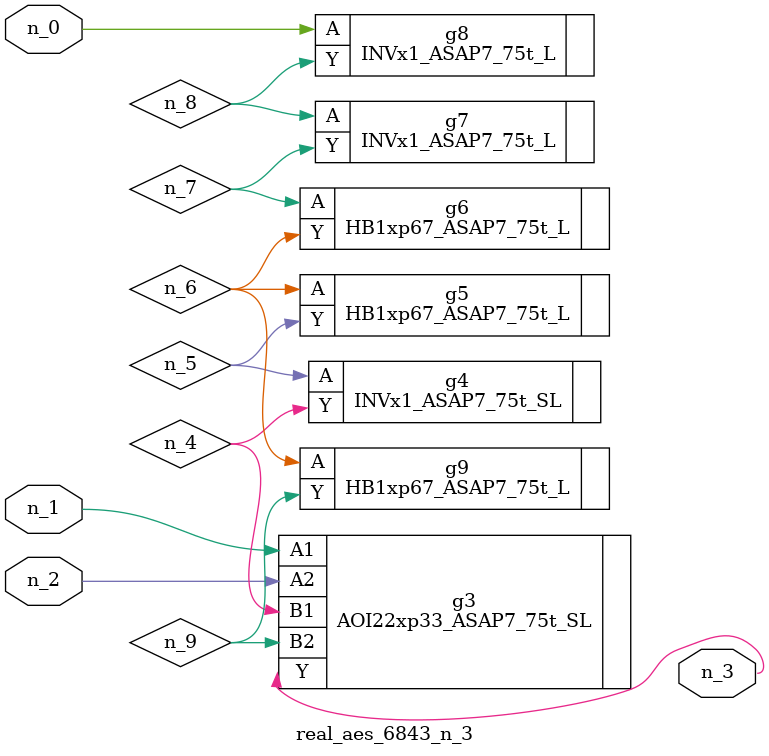
<source format=v>
module real_aes_6843_n_3 (n_0, n_2, n_1, n_3);
input n_0;
input n_2;
input n_1;
output n_3;
wire n_4;
wire n_5;
wire n_7;
wire n_9;
wire n_6;
wire n_8;
INVx1_ASAP7_75t_L g8 ( .A(n_0), .Y(n_8) );
AOI22xp33_ASAP7_75t_SL g3 ( .A1(n_1), .A2(n_2), .B1(n_4), .B2(n_9), .Y(n_3) );
INVx1_ASAP7_75t_SL g4 ( .A(n_5), .Y(n_4) );
HB1xp67_ASAP7_75t_L g5 ( .A(n_6), .Y(n_5) );
HB1xp67_ASAP7_75t_L g9 ( .A(n_6), .Y(n_9) );
HB1xp67_ASAP7_75t_L g6 ( .A(n_7), .Y(n_6) );
INVx1_ASAP7_75t_L g7 ( .A(n_8), .Y(n_7) );
endmodule
</source>
